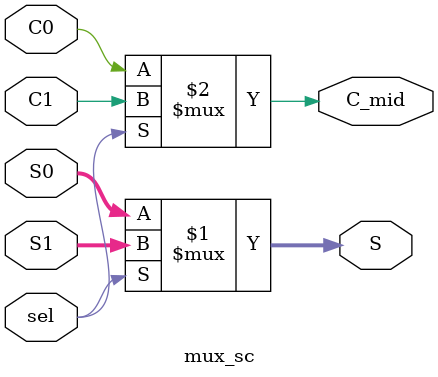
<source format=sv>
module mux_sc #(parameter int WIDTH = 4) (
    input  logic C0,
    input  logic C1,
    output logic C_mid,
    input  logic sel,
    input  logic [WIDTH-1:0] S0,
    input  logic [WIDTH-1:0] S1,
    output logic [WIDTH-1:0] S
);
    
    
    assign S     = (sel) ? S1 : S0;
    assign C_mid = (sel) ? C1 : C0;
     
    
endmodule

</source>
